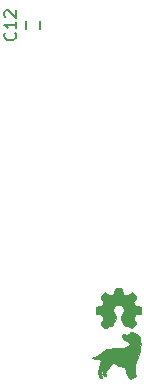
<source format=gbr>
G04 #@! TF.FileFunction,Legend,Top*
%FSLAX46Y46*%
G04 Gerber Fmt 4.6, Leading zero omitted, Abs format (unit mm)*
G04 Created by KiCad (PCBNEW 4.0.4-stable) date 01/19/17 12:29:14*
%MOMM*%
%LPD*%
G01*
G04 APERTURE LIST*
%ADD10C,0.100000*%
%ADD11C,0.010000*%
%ADD12C,0.150000*%
G04 APERTURE END LIST*
D10*
D11*
G36*
X101782501Y-129819601D02*
X101928923Y-129853688D01*
X102081175Y-129912120D01*
X102221146Y-129985684D01*
X102330726Y-130065166D01*
X102383462Y-130125357D01*
X102420295Y-130215495D01*
X102454743Y-130355347D01*
X102483450Y-130531137D01*
X102484696Y-130540793D01*
X102503533Y-130800415D01*
X102490938Y-131057540D01*
X102444710Y-131325696D01*
X102362646Y-131618411D01*
X102264764Y-131892245D01*
X102186208Y-132098246D01*
X102127821Y-132259508D01*
X102086138Y-132390233D01*
X102057697Y-132504620D01*
X102039034Y-132616870D01*
X102026687Y-132741183D01*
X102017191Y-132891761D01*
X102016101Y-132911850D01*
X102008491Y-133069227D01*
X102006807Y-133177312D01*
X102012643Y-133250164D01*
X102027594Y-133301845D01*
X102053255Y-133346413D01*
X102067664Y-133366466D01*
X102117376Y-133457066D01*
X102111072Y-133518115D01*
X102048946Y-133549118D01*
X101995173Y-133553200D01*
X101900735Y-133536410D01*
X101837313Y-133477780D01*
X101835258Y-133474686D01*
X101794370Y-133387009D01*
X101753810Y-133258789D01*
X101719146Y-133112767D01*
X101695940Y-132971682D01*
X101689369Y-132878512D01*
X101681587Y-132801961D01*
X101662879Y-132761400D01*
X101657150Y-132759450D01*
X101637293Y-132788084D01*
X101627469Y-132863272D01*
X101627205Y-132968943D01*
X101636027Y-133089027D01*
X101653463Y-133207452D01*
X101672708Y-133288230D01*
X101712459Y-133392269D01*
X101760285Y-133477510D01*
X101783833Y-133505288D01*
X101844026Y-133586123D01*
X101849597Y-133658159D01*
X101809411Y-133711280D01*
X101732332Y-133735374D01*
X101627227Y-133720327D01*
X101603080Y-133711512D01*
X101511636Y-133643767D01*
X101425013Y-133520249D01*
X101346955Y-133348678D01*
X101281208Y-133136773D01*
X101245623Y-132974554D01*
X101223179Y-132861745D01*
X101201993Y-132796350D01*
X101172003Y-132763302D01*
X101123148Y-132747533D01*
X101090141Y-132741693D01*
X100971244Y-132717568D01*
X100852120Y-132682930D01*
X100716851Y-132632111D01*
X100549522Y-132559444D01*
X100450650Y-132513979D01*
X100149025Y-132373580D01*
X100069650Y-132475448D01*
X100010767Y-132547584D01*
X99925457Y-132647966D01*
X99829832Y-132757695D01*
X99806190Y-132784389D01*
X99708900Y-132899580D01*
X99617772Y-133017323D01*
X99549749Y-133115519D01*
X99540126Y-133131349D01*
X99458147Y-133271236D01*
X99547789Y-133364802D01*
X99603374Y-133432563D01*
X99612722Y-133476677D01*
X99600559Y-133495240D01*
X99546961Y-133510849D01*
X99463484Y-133501719D01*
X99375358Y-133474658D01*
X99307813Y-133436472D01*
X99287560Y-133410790D01*
X99283388Y-133358107D01*
X99289265Y-133264576D01*
X99301629Y-133166504D01*
X99316037Y-133061503D01*
X99323333Y-132984909D01*
X99322255Y-132954810D01*
X99301897Y-132969693D01*
X99268669Y-133027491D01*
X99230261Y-133111039D01*
X99194362Y-133203173D01*
X99168663Y-133286727D01*
X99163988Y-133308103D01*
X99158835Y-133412355D01*
X99193193Y-133510444D01*
X99209329Y-133539251D01*
X99253587Y-133632366D01*
X99250724Y-133687410D01*
X99199340Y-133710378D01*
X99168969Y-133711950D01*
X99071120Y-133690185D01*
X99004052Y-133621107D01*
X98963059Y-133499041D01*
X98955620Y-133454648D01*
X98932504Y-133242990D01*
X98932071Y-133069564D01*
X98956267Y-132912582D01*
X99007034Y-132750259D01*
X99021899Y-132711825D01*
X99078552Y-132550904D01*
X99108065Y-132411194D01*
X99117110Y-132260155D01*
X99117150Y-132247226D01*
X99115612Y-132130707D01*
X99108827Y-132065839D01*
X99093536Y-132040805D01*
X99066479Y-132043788D01*
X99061587Y-132045761D01*
X98917848Y-132082308D01*
X98760952Y-132084648D01*
X98614686Y-132054793D01*
X98507846Y-131998932D01*
X98435556Y-131940394D01*
X98577915Y-131902512D01*
X98806667Y-131815820D01*
X99038868Y-131680659D01*
X99255924Y-131508111D01*
X99284062Y-131481586D01*
X99377742Y-131391990D01*
X99456293Y-131322854D01*
X99529798Y-131271315D01*
X99608344Y-131234507D01*
X99702015Y-131209565D01*
X99820897Y-131193626D01*
X99975075Y-131183825D01*
X100174633Y-131177296D01*
X100372069Y-131172544D01*
X101071363Y-131156075D01*
X101278062Y-131054255D01*
X101393605Y-130991309D01*
X101495609Y-130925280D01*
X101560302Y-130872025D01*
X101608680Y-130815268D01*
X101615528Y-130777951D01*
X101584463Y-130734856D01*
X101580588Y-130730559D01*
X101526377Y-130684728D01*
X101435429Y-130621283D01*
X101326595Y-130553305D01*
X101317196Y-130547779D01*
X101140802Y-130423780D01*
X101022491Y-130293054D01*
X100964491Y-130158387D01*
X100958650Y-130099958D01*
X100967878Y-130024537D01*
X100977787Y-130013075D01*
X101593650Y-130013075D01*
X101609759Y-130052590D01*
X101627781Y-130054614D01*
X101660584Y-130021836D01*
X101661912Y-130013075D01*
X101637194Y-129975847D01*
X101627781Y-129971535D01*
X101598830Y-129986861D01*
X101593650Y-130013075D01*
X100977787Y-130013075D01*
X101002951Y-129983968D01*
X101074951Y-129973470D01*
X101194959Y-129988264D01*
X101210979Y-129991124D01*
X101308696Y-130006024D01*
X101374112Y-130000924D01*
X101435009Y-129968259D01*
X101507211Y-129910463D01*
X101590604Y-129845972D01*
X101655302Y-129816585D01*
X101728363Y-129813369D01*
X101782501Y-129819601D01*
X101782501Y-129819601D01*
G37*
X101782501Y-129819601D02*
X101928923Y-129853688D01*
X102081175Y-129912120D01*
X102221146Y-129985684D01*
X102330726Y-130065166D01*
X102383462Y-130125357D01*
X102420295Y-130215495D01*
X102454743Y-130355347D01*
X102483450Y-130531137D01*
X102484696Y-130540793D01*
X102503533Y-130800415D01*
X102490938Y-131057540D01*
X102444710Y-131325696D01*
X102362646Y-131618411D01*
X102264764Y-131892245D01*
X102186208Y-132098246D01*
X102127821Y-132259508D01*
X102086138Y-132390233D01*
X102057697Y-132504620D01*
X102039034Y-132616870D01*
X102026687Y-132741183D01*
X102017191Y-132891761D01*
X102016101Y-132911850D01*
X102008491Y-133069227D01*
X102006807Y-133177312D01*
X102012643Y-133250164D01*
X102027594Y-133301845D01*
X102053255Y-133346413D01*
X102067664Y-133366466D01*
X102117376Y-133457066D01*
X102111072Y-133518115D01*
X102048946Y-133549118D01*
X101995173Y-133553200D01*
X101900735Y-133536410D01*
X101837313Y-133477780D01*
X101835258Y-133474686D01*
X101794370Y-133387009D01*
X101753810Y-133258789D01*
X101719146Y-133112767D01*
X101695940Y-132971682D01*
X101689369Y-132878512D01*
X101681587Y-132801961D01*
X101662879Y-132761400D01*
X101657150Y-132759450D01*
X101637293Y-132788084D01*
X101627469Y-132863272D01*
X101627205Y-132968943D01*
X101636027Y-133089027D01*
X101653463Y-133207452D01*
X101672708Y-133288230D01*
X101712459Y-133392269D01*
X101760285Y-133477510D01*
X101783833Y-133505288D01*
X101844026Y-133586123D01*
X101849597Y-133658159D01*
X101809411Y-133711280D01*
X101732332Y-133735374D01*
X101627227Y-133720327D01*
X101603080Y-133711512D01*
X101511636Y-133643767D01*
X101425013Y-133520249D01*
X101346955Y-133348678D01*
X101281208Y-133136773D01*
X101245623Y-132974554D01*
X101223179Y-132861745D01*
X101201993Y-132796350D01*
X101172003Y-132763302D01*
X101123148Y-132747533D01*
X101090141Y-132741693D01*
X100971244Y-132717568D01*
X100852120Y-132682930D01*
X100716851Y-132632111D01*
X100549522Y-132559444D01*
X100450650Y-132513979D01*
X100149025Y-132373580D01*
X100069650Y-132475448D01*
X100010767Y-132547584D01*
X99925457Y-132647966D01*
X99829832Y-132757695D01*
X99806190Y-132784389D01*
X99708900Y-132899580D01*
X99617772Y-133017323D01*
X99549749Y-133115519D01*
X99540126Y-133131349D01*
X99458147Y-133271236D01*
X99547789Y-133364802D01*
X99603374Y-133432563D01*
X99612722Y-133476677D01*
X99600559Y-133495240D01*
X99546961Y-133510849D01*
X99463484Y-133501719D01*
X99375358Y-133474658D01*
X99307813Y-133436472D01*
X99287560Y-133410790D01*
X99283388Y-133358107D01*
X99289265Y-133264576D01*
X99301629Y-133166504D01*
X99316037Y-133061503D01*
X99323333Y-132984909D01*
X99322255Y-132954810D01*
X99301897Y-132969693D01*
X99268669Y-133027491D01*
X99230261Y-133111039D01*
X99194362Y-133203173D01*
X99168663Y-133286727D01*
X99163988Y-133308103D01*
X99158835Y-133412355D01*
X99193193Y-133510444D01*
X99209329Y-133539251D01*
X99253587Y-133632366D01*
X99250724Y-133687410D01*
X99199340Y-133710378D01*
X99168969Y-133711950D01*
X99071120Y-133690185D01*
X99004052Y-133621107D01*
X98963059Y-133499041D01*
X98955620Y-133454648D01*
X98932504Y-133242990D01*
X98932071Y-133069564D01*
X98956267Y-132912582D01*
X99007034Y-132750259D01*
X99021899Y-132711825D01*
X99078552Y-132550904D01*
X99108065Y-132411194D01*
X99117110Y-132260155D01*
X99117150Y-132247226D01*
X99115612Y-132130707D01*
X99108827Y-132065839D01*
X99093536Y-132040805D01*
X99066479Y-132043788D01*
X99061587Y-132045761D01*
X98917848Y-132082308D01*
X98760952Y-132084648D01*
X98614686Y-132054793D01*
X98507846Y-131998932D01*
X98435556Y-131940394D01*
X98577915Y-131902512D01*
X98806667Y-131815820D01*
X99038868Y-131680659D01*
X99255924Y-131508111D01*
X99284062Y-131481586D01*
X99377742Y-131391990D01*
X99456293Y-131322854D01*
X99529798Y-131271315D01*
X99608344Y-131234507D01*
X99702015Y-131209565D01*
X99820897Y-131193626D01*
X99975075Y-131183825D01*
X100174633Y-131177296D01*
X100372069Y-131172544D01*
X101071363Y-131156075D01*
X101278062Y-131054255D01*
X101393605Y-130991309D01*
X101495609Y-130925280D01*
X101560302Y-130872025D01*
X101608680Y-130815268D01*
X101615528Y-130777951D01*
X101584463Y-130734856D01*
X101580588Y-130730559D01*
X101526377Y-130684728D01*
X101435429Y-130621283D01*
X101326595Y-130553305D01*
X101317196Y-130547779D01*
X101140802Y-130423780D01*
X101022491Y-130293054D01*
X100964491Y-130158387D01*
X100958650Y-130099958D01*
X100967878Y-130024537D01*
X100977787Y-130013075D01*
X101593650Y-130013075D01*
X101609759Y-130052590D01*
X101627781Y-130054614D01*
X101660584Y-130021836D01*
X101661912Y-130013075D01*
X101637194Y-129975847D01*
X101627781Y-129971535D01*
X101598830Y-129986861D01*
X101593650Y-130013075D01*
X100977787Y-130013075D01*
X101002951Y-129983968D01*
X101074951Y-129973470D01*
X101194959Y-129988264D01*
X101210979Y-129991124D01*
X101308696Y-130006024D01*
X101374112Y-130000924D01*
X101435009Y-129968259D01*
X101507211Y-129910463D01*
X101590604Y-129845972D01*
X101655302Y-129816585D01*
X101728363Y-129813369D01*
X101782501Y-129819601D01*
G36*
X100787282Y-126063168D02*
X100877843Y-126086781D01*
X100929756Y-126153101D01*
X100966290Y-126284188D01*
X100989102Y-126396082D01*
X101062139Y-126548423D01*
X101147685Y-126611982D01*
X101259054Y-126655891D01*
X101346767Y-126659760D01*
X101447646Y-126616974D01*
X101577660Y-126534745D01*
X101781741Y-126399690D01*
X101957570Y-126570110D01*
X102079954Y-126703522D01*
X102123457Y-126809810D01*
X102091295Y-126921703D01*
X102004586Y-127048662D01*
X101925491Y-127160435D01*
X101903475Y-127240128D01*
X101932637Y-127335388D01*
X101961422Y-127397156D01*
X102026659Y-127509443D01*
X102108054Y-127570089D01*
X102243261Y-127603304D01*
X102293436Y-127610650D01*
X102539800Y-127644533D01*
X102539800Y-128235066D01*
X102291966Y-128269151D01*
X102138864Y-128297234D01*
X102051600Y-128343531D01*
X101994623Y-128432763D01*
X101969435Y-128493398D01*
X101925877Y-128622026D01*
X101930476Y-128708162D01*
X101989808Y-128802010D01*
X102013817Y-128832379D01*
X102105645Y-128971728D01*
X102120685Y-129086423D01*
X102055526Y-129205418D01*
X101957570Y-129309489D01*
X101781741Y-129479909D01*
X101575679Y-129343544D01*
X101434167Y-129261317D01*
X101337426Y-129239306D01*
X101271991Y-129259426D01*
X101222910Y-129285048D01*
X101186093Y-129289081D01*
X101150763Y-129256696D01*
X101106142Y-129173062D01*
X101041451Y-129023350D01*
X100963319Y-128834722D01*
X100883960Y-128640423D01*
X100840645Y-128517598D01*
X100830472Y-128443881D01*
X100850538Y-128396907D01*
X100897940Y-128354312D01*
X100900692Y-128352122D01*
X101046420Y-128184151D01*
X101112275Y-127990588D01*
X101095284Y-127796157D01*
X100992476Y-127625581D01*
X100988503Y-127621558D01*
X100798216Y-127488566D01*
X100599906Y-127455289D01*
X100403579Y-127521453D01*
X100258678Y-127641466D01*
X100168692Y-127806001D01*
X100159923Y-127997732D01*
X100228076Y-128188985D01*
X100368859Y-128352084D01*
X100368907Y-128352122D01*
X100417481Y-128395049D01*
X100438850Y-128441340D01*
X100430111Y-128513359D01*
X100388362Y-128633473D01*
X100310701Y-128824045D01*
X100306280Y-128834722D01*
X100216274Y-129051724D01*
X100155417Y-129190126D01*
X100112899Y-129264739D01*
X100077909Y-129290377D01*
X100039636Y-129281851D01*
X99996680Y-129258930D01*
X99911992Y-129237787D01*
X99809155Y-129272526D01*
X99708571Y-129334993D01*
X99588582Y-129412525D01*
X99506165Y-129458427D01*
X99489972Y-129463800D01*
X99440398Y-129430523D01*
X99348406Y-129346330D01*
X99298565Y-129296281D01*
X99181725Y-129157386D01*
X99145067Y-129045591D01*
X99185698Y-128929510D01*
X99255782Y-128832379D01*
X99329740Y-128728821D01*
X99347332Y-128645457D01*
X99315132Y-128532081D01*
X99300164Y-128493398D01*
X99245219Y-128376831D01*
X99175960Y-128314303D01*
X99056834Y-128281095D01*
X98977633Y-128269151D01*
X98729799Y-128235066D01*
X98729800Y-127939800D01*
X98729800Y-127644533D01*
X98976163Y-127610650D01*
X99132172Y-127580670D01*
X99224287Y-127529744D01*
X99290159Y-127433660D01*
X99308177Y-127397156D01*
X99358780Y-127278896D01*
X99360905Y-127197995D01*
X99308651Y-127106808D01*
X99265013Y-127048662D01*
X99169812Y-126905391D01*
X99147486Y-126796120D01*
X99201252Y-126688121D01*
X99312029Y-126570110D01*
X99487858Y-126399690D01*
X99691939Y-126534745D01*
X99835263Y-126624405D01*
X99932787Y-126661548D01*
X100021336Y-126652790D01*
X100121914Y-126611982D01*
X100238774Y-126505791D01*
X100280497Y-126396082D01*
X100318668Y-126218310D01*
X100358979Y-126117854D01*
X100424702Y-126072653D01*
X100539109Y-126060647D01*
X100634799Y-126060200D01*
X100787282Y-126063168D01*
X100787282Y-126063168D01*
G37*
X100787282Y-126063168D02*
X100877843Y-126086781D01*
X100929756Y-126153101D01*
X100966290Y-126284188D01*
X100989102Y-126396082D01*
X101062139Y-126548423D01*
X101147685Y-126611982D01*
X101259054Y-126655891D01*
X101346767Y-126659760D01*
X101447646Y-126616974D01*
X101577660Y-126534745D01*
X101781741Y-126399690D01*
X101957570Y-126570110D01*
X102079954Y-126703522D01*
X102123457Y-126809810D01*
X102091295Y-126921703D01*
X102004586Y-127048662D01*
X101925491Y-127160435D01*
X101903475Y-127240128D01*
X101932637Y-127335388D01*
X101961422Y-127397156D01*
X102026659Y-127509443D01*
X102108054Y-127570089D01*
X102243261Y-127603304D01*
X102293436Y-127610650D01*
X102539800Y-127644533D01*
X102539800Y-128235066D01*
X102291966Y-128269151D01*
X102138864Y-128297234D01*
X102051600Y-128343531D01*
X101994623Y-128432763D01*
X101969435Y-128493398D01*
X101925877Y-128622026D01*
X101930476Y-128708162D01*
X101989808Y-128802010D01*
X102013817Y-128832379D01*
X102105645Y-128971728D01*
X102120685Y-129086423D01*
X102055526Y-129205418D01*
X101957570Y-129309489D01*
X101781741Y-129479909D01*
X101575679Y-129343544D01*
X101434167Y-129261317D01*
X101337426Y-129239306D01*
X101271991Y-129259426D01*
X101222910Y-129285048D01*
X101186093Y-129289081D01*
X101150763Y-129256696D01*
X101106142Y-129173062D01*
X101041451Y-129023350D01*
X100963319Y-128834722D01*
X100883960Y-128640423D01*
X100840645Y-128517598D01*
X100830472Y-128443881D01*
X100850538Y-128396907D01*
X100897940Y-128354312D01*
X100900692Y-128352122D01*
X101046420Y-128184151D01*
X101112275Y-127990588D01*
X101095284Y-127796157D01*
X100992476Y-127625581D01*
X100988503Y-127621558D01*
X100798216Y-127488566D01*
X100599906Y-127455289D01*
X100403579Y-127521453D01*
X100258678Y-127641466D01*
X100168692Y-127806001D01*
X100159923Y-127997732D01*
X100228076Y-128188985D01*
X100368859Y-128352084D01*
X100368907Y-128352122D01*
X100417481Y-128395049D01*
X100438850Y-128441340D01*
X100430111Y-128513359D01*
X100388362Y-128633473D01*
X100310701Y-128824045D01*
X100306280Y-128834722D01*
X100216274Y-129051724D01*
X100155417Y-129190126D01*
X100112899Y-129264739D01*
X100077909Y-129290377D01*
X100039636Y-129281851D01*
X99996680Y-129258930D01*
X99911992Y-129237787D01*
X99809155Y-129272526D01*
X99708571Y-129334993D01*
X99588582Y-129412525D01*
X99506165Y-129458427D01*
X99489972Y-129463800D01*
X99440398Y-129430523D01*
X99348406Y-129346330D01*
X99298565Y-129296281D01*
X99181725Y-129157386D01*
X99145067Y-129045591D01*
X99185698Y-128929510D01*
X99255782Y-128832379D01*
X99329740Y-128728821D01*
X99347332Y-128645457D01*
X99315132Y-128532081D01*
X99300164Y-128493398D01*
X99245219Y-128376831D01*
X99175960Y-128314303D01*
X99056834Y-128281095D01*
X98977633Y-128269151D01*
X98729799Y-128235066D01*
X98729800Y-127939800D01*
X98729800Y-127644533D01*
X98976163Y-127610650D01*
X99132172Y-127580670D01*
X99224287Y-127529744D01*
X99290159Y-127433660D01*
X99308177Y-127397156D01*
X99358780Y-127278896D01*
X99360905Y-127197995D01*
X99308651Y-127106808D01*
X99265013Y-127048662D01*
X99169812Y-126905391D01*
X99147486Y-126796120D01*
X99201252Y-126688121D01*
X99312029Y-126570110D01*
X99487858Y-126399690D01*
X99691939Y-126534745D01*
X99835263Y-126624405D01*
X99932787Y-126661548D01*
X100021336Y-126652790D01*
X100121914Y-126611982D01*
X100238774Y-126505791D01*
X100280497Y-126396082D01*
X100318668Y-126218310D01*
X100358979Y-126117854D01*
X100424702Y-126072653D01*
X100539109Y-126060647D01*
X100634799Y-126060200D01*
X100787282Y-126063168D01*
D12*
X92821200Y-104159800D02*
X92821200Y-103459800D01*
X94021200Y-103459800D02*
X94021200Y-104159800D01*
X91878343Y-104452657D02*
X91925962Y-104500276D01*
X91973581Y-104643133D01*
X91973581Y-104738371D01*
X91925962Y-104881229D01*
X91830724Y-104976467D01*
X91735486Y-105024086D01*
X91545010Y-105071705D01*
X91402152Y-105071705D01*
X91211676Y-105024086D01*
X91116438Y-104976467D01*
X91021200Y-104881229D01*
X90973581Y-104738371D01*
X90973581Y-104643133D01*
X91021200Y-104500276D01*
X91068819Y-104452657D01*
X91973581Y-103500276D02*
X91973581Y-104071705D01*
X91973581Y-103785991D02*
X90973581Y-103785991D01*
X91116438Y-103881229D01*
X91211676Y-103976467D01*
X91259295Y-104071705D01*
X91068819Y-103119324D02*
X91021200Y-103071705D01*
X90973581Y-102976467D01*
X90973581Y-102738371D01*
X91021200Y-102643133D01*
X91068819Y-102595514D01*
X91164057Y-102547895D01*
X91259295Y-102547895D01*
X91402152Y-102595514D01*
X91973581Y-103166943D01*
X91973581Y-102547895D01*
M02*

</source>
